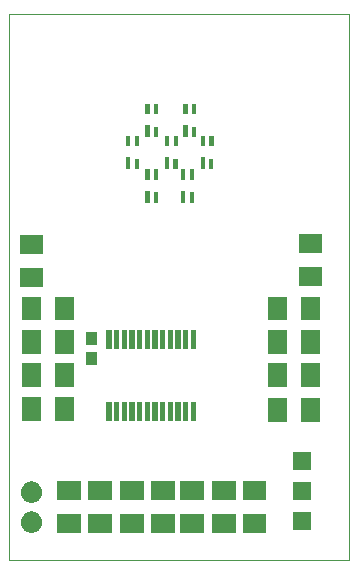
<source format=gts>
G75*
G71*
%OFA0B0*%
%FSLAX23Y23*%
%IPPOS*%
%LPD*%
%ADD10C,0.1*%
%LPD*%D10*
X0Y0D02*
X0Y100D01*
X0Y200D01*
X0Y300D01*
X0Y399D01*
X0Y499D01*
X0Y599D01*
X0Y699D01*
X0Y799D01*
X0Y899D01*
X0Y999D01*
X0Y1098D01*
X0Y1198D01*
X0Y1298D01*
X0Y1398D01*
X0Y1498D01*
X0Y1598D01*
X0Y1697D01*
X0Y1797D01*
X0Y1897D01*
X0Y1997D01*
X0Y2097D01*
X0Y2197D01*
X0Y2297D01*
X0Y2396D01*
X0Y2496D01*
X0Y2596D01*
X0Y2696D01*
X0Y2796D01*
X0Y2896D01*
X0Y2996D01*
X0Y3095D01*
X0Y3195D01*
X0Y3295D01*
X0Y3395D01*
X0Y3495D01*
X0Y3595D01*
X0Y3694D01*
X0Y3794D01*
X0Y3894D01*
X0Y3994D01*
X0Y4094D01*
X0Y4194D01*
X0Y4294D01*
X0Y4393D01*
X0Y4493D01*
X0Y4593D01*
X0Y4693D01*
X0Y4793D01*
X0Y4893D01*
X0Y4993D01*
X0Y5092D01*
X0Y5192D01*
X0Y5292D01*
X0Y5392D01*
X0Y5492D01*
X0Y5592D01*
X0Y5692D01*
X0Y5791D01*
X0Y5891D01*
X0Y5991D01*
X0Y6091D01*
X0Y6191D01*
X0Y6291D01*
X0Y6390D01*
X0Y6490D01*
X0Y6590D01*
X0Y6690D01*
X0Y6790D01*
X0Y6890D01*
X0Y6990D01*
X0Y7089D01*
X0Y7189D01*
X0Y7289D01*
X0Y7389D01*
X0Y7489D01*
X0Y7589D01*
X0Y7689D01*
X0Y7788D01*
X0Y7888D01*
X0Y7988D01*
X0Y8088D01*
X0Y8188D01*
X0Y8288D01*
X0Y8388D01*
X0Y8487D01*
X0Y8587D01*
X0Y8687D01*
X0Y8787D01*
X0Y8887D01*
X0Y8987D01*
X0Y9086D01*
X0Y9186D01*
X0Y9286D01*
X0Y9386D01*
X0Y9486D01*
X0Y9586D01*
X0Y9686D01*
X0Y9785D01*
X0Y9885D01*
X0Y9985D01*
X0Y10085D01*
X0Y10185D01*
X0Y10285D01*
X0Y10385D01*
X0Y10484D01*
X0Y10584D01*
X0Y10684D01*
X0Y10784D01*
X0Y10884D01*
X0Y10984D01*
X0Y11083D01*
X0Y11183D01*
X0Y11283D01*
X0Y11383D01*
X0Y11483D01*
X0Y11583D01*
X0Y11683D01*
X0Y11782D01*
X0Y11882D01*
X0Y11982D01*
X0Y12082D01*
X0Y12182D01*
X0Y12282D01*
X0Y12382D01*
X0Y12481D01*
X0Y12581D01*
X0Y12681D01*
X0Y12781D01*
X0Y12881D01*
X0Y12981D01*
X0Y13081D01*
X0Y13180D01*
X0Y13280D01*
X0Y13380D01*
X0Y13480D01*
X0Y13580D01*
X0Y13680D01*
X0Y13779D01*
X0Y13879D01*
X0Y13979D01*
X0Y14079D01*
X0Y14179D01*
X0Y14279D01*
X0Y14379D01*
X0Y14478D01*
X0Y14578D01*
X0Y14678D01*
X0Y14778D01*
X0Y14878D01*
X0Y14978D01*
X0Y15078D01*
X0Y15177D01*
X0Y15277D01*
X0Y15377D01*
X0Y15477D01*
X0Y15577D01*
X0Y15677D01*
X0Y15777D01*
X0Y15876D01*
X0Y15976D01*
X0Y16076D01*
X0Y16176D01*
X0Y16276D01*
X0Y16376D01*
X0Y16475D01*
X0Y16575D01*
X0Y16675D01*
X0Y16775D01*
X0Y16875D01*
X0Y16975D01*
X0Y17075D01*
X0Y17174D01*
X0Y17274D01*
X0Y17374D01*
X0Y17474D01*
X0Y17574D01*
X0Y17674D01*
X0Y17774D01*
X0Y17873D01*
X0Y17973D01*
X0Y18073D01*
X0Y18173D01*
X0Y18273D01*
X0Y18373D01*
X0Y18472D01*
X0Y18572D01*
X0Y18672D01*
X0Y18772D01*
X0Y18872D01*
X0Y18972D01*
X0Y19072D01*
X0Y19171D01*
X0Y19271D01*
X0Y19371D01*
X0Y19471D01*
X0Y19571D01*
X0Y19671D01*
X0Y19771D01*
X0Y19870D01*
X0Y19970D01*
X0Y20070D01*
X0Y20170D01*
X0Y20270D01*
X0Y20370D01*
X0Y20470D01*
X0Y20569D01*
X0Y20669D01*
X0Y20769D01*
X0Y20869D01*
X0Y20969D01*
X0Y21069D01*
X0Y21168D01*
X0Y21268D01*
X0Y21368D01*
X0Y21468D01*
X0Y21568D01*
X0Y21668D01*
X0Y21768D01*
X0Y21867D01*
X0Y21967D01*
X0Y22067D01*
X0Y22167D01*
X0Y22267D01*
X0Y22367D01*
X0Y22467D01*
X0Y22566D01*
X0Y22666D01*
X0Y22766D01*
X0Y22866D01*
X0Y22966D01*
X0Y23066D01*
X0Y23166D01*
X0Y23265D01*
X0Y23365D01*
X0Y23465D01*
X0Y23565D01*
X0Y23665D01*
X0Y23765D01*
X0Y23864D01*
X0Y23964D01*
X0Y24064D01*
X0Y24164D01*
X0Y24264D01*
X0Y24364D01*
X0Y24464D01*
X0Y24563D01*
X0Y24663D01*
X0Y24763D01*
X0Y24863D01*
X0Y24963D01*
X0Y25063D01*
X0Y25163D01*
X0Y25262D01*
X0Y25362D01*
X0Y25462D01*
X0Y25562D01*
X0Y25662D01*
X0Y25762D01*
X0Y25861D01*
X0Y25961D01*
X0Y26061D01*
X0Y26161D01*
X0Y26261D01*
X0Y26361D01*
X0Y26461D01*
X0Y26560D01*
X0Y26660D01*
X0Y26760D01*
X0Y26860D01*
X0Y26960D01*
X0Y27060D01*
X0Y27160D01*
X0Y27259D01*
X0Y27359D01*
X0Y27459D01*
X0Y27559D01*
X0Y27659D01*
X0Y27759D01*
X0Y27859D01*
X0Y27958D01*
X0Y28058D01*
X0Y28158D01*
X0Y28258D01*
X0Y28358D01*
X0Y28458D01*
X0Y28557D01*
X0Y28657D01*
X0Y28757D01*
X0Y28857D01*
X0Y28957D01*
X0Y29057D01*
X0Y29157D01*
X0Y29256D01*
X0Y29356D01*
X0Y29456D01*
X0Y29556D01*
X0Y29656D01*
X0Y29756D01*
X0Y29856D01*
X0Y29955D01*
X0Y30055D01*
X0Y30155D01*
X0Y30255D01*
X0Y30355D01*
X0Y30455D01*
X0Y30555D01*
X0Y30654D01*
X0Y30754D01*
X0Y30854D01*
X0Y30954D01*
X0Y31054D01*
X0Y31154D01*
X0Y31253D01*
X0Y31353D01*
X0Y31453D01*
X0Y31553D01*
X0Y31653D01*
X0Y31753D01*
X0Y31853D01*
X0Y31952D01*
X0Y32052D01*
X0Y32152D01*
X0Y32252D01*
X0Y32352D01*
X0Y32452D01*
X0Y32552D01*
X0Y32651D01*
X0Y32751D01*
X0Y32851D01*
X0Y32951D01*
X0Y33051D01*
X0Y33151D01*
X0Y33251D01*
X0Y33350D01*
X0Y33450D01*
X0Y33550D01*
X0Y33650D01*
X0Y33750D01*
X0Y33850D01*
X0Y33949D01*
X0Y34049D01*
X0Y34149D01*
X0Y34249D01*
X0Y34349D01*
X0Y34449D01*
X0Y34549D01*
X0Y34648D01*
X0Y34748D01*
X0Y34848D01*
X0Y34948D01*
X0Y35048D01*
X0Y35148D01*
X0Y35248D01*
X0Y35347D01*
X0Y35447D01*
X0Y35547D01*
X0Y35647D01*
X0Y35747D01*
X0Y35847D01*
X0Y35947D01*
X0Y36046D01*
X0Y36146D01*
X0Y36246D01*
X0Y36346D01*
X0Y36446D01*
X0Y36546D01*
X0Y36645D01*
X0Y36745D01*
X0Y36845D01*
X0Y36945D01*
X0Y37045D01*
X0Y37145D01*
X0Y37245D01*
X0Y37344D01*
X0Y37444D01*
X0Y37544D01*
X0Y37644D01*
X0Y37744D01*
X0Y37844D01*
X0Y37944D01*
X0Y38043D01*
X0Y38143D01*
X0Y38243D01*
X0Y38343D01*
X0Y38443D01*
X0Y38543D01*
X0Y38643D01*
X0Y38742D01*
X0Y38842D01*
X0Y38942D01*
X0Y39042D01*
X0Y39142D01*
X0Y39242D01*
X0Y39341D01*
X0Y39441D01*
X0Y39541D01*
X0Y39641D01*
X0Y39741D01*
X0Y39841D01*
X0Y39941D01*
X0Y40040D01*
X0Y40140D01*
X0Y40240D01*
X0Y40340D01*
X0Y40440D01*
X0Y40540D01*
X0Y40640D01*
X0Y40739D01*
X0Y40839D01*
X0Y40939D01*
X0Y41039D01*
X0Y41139D01*
X0Y41239D01*
X0Y41339D01*
X0Y41438D01*
X0Y41538D01*
X0Y41638D01*
X0Y41738D01*
X0Y41838D01*
X0Y41938D01*
X0Y42037D01*
X0Y42137D01*
X0Y42237D01*
X0Y42337D01*
X0Y42437D01*
X0Y42537D01*
X0Y42637D01*
X0Y42736D01*
X0Y42836D01*
X0Y42936D01*
X0Y43036D01*
X0Y43136D01*
X0Y43236D01*
X0Y43336D01*
X0Y43435D01*
X0Y43535D01*
X0Y43635D01*
X0Y43735D01*
X0Y43835D01*
X0Y43935D01*
X0Y44035D01*
X0Y44134D01*
X0Y44234D01*
X0Y44334D01*
X0Y44434D01*
X0Y44534D01*
X0Y44634D01*
X0Y44734D01*
X0Y44833D01*
X0Y44933D01*
X0Y45033D01*
X0Y45133D01*
X0Y45233D01*
X0Y45333D01*
X0Y45432D01*
X0Y45532D01*
X0Y45632D01*
X0Y45732D01*
X0Y45832D01*
X0Y45932D01*
X0Y46032D01*
X0Y46131D01*
X0Y46231D01*
X100Y46231D01*
X200Y46231D01*
X300Y46231D01*
X400Y46231D01*
X500Y46231D01*
X600Y46231D01*
X700Y46231D01*
X800Y46231D01*
X900Y46231D01*
X999Y46231D01*
X1099Y46231D01*
X1199Y46231D01*
X1299Y46231D01*
X1399Y46231D01*
X1499Y46231D01*
X1599Y46231D01*
X1699Y46231D01*
X1799Y46231D01*
X1899Y46231D01*
X1999Y46231D01*
X2099Y46231D01*
X2199Y46231D01*
X2299Y46231D01*
X2399Y46231D01*
X2499Y46231D01*
X2599Y46231D01*
X2699Y46231D01*
X2799Y46231D01*
X2898Y46231D01*
X2998Y46231D01*
X3098Y46231D01*
X3198Y46231D01*
X3298Y46231D01*
X3398Y46231D01*
X3498Y46231D01*
X3598Y46231D01*
X3698Y46231D01*
X3798Y46231D01*
X3898Y46231D01*
X3998Y46231D01*
X4098Y46231D01*
X4198Y46231D01*
X4298Y46231D01*
X4398Y46231D01*
X4498Y46231D01*
X4598Y46231D01*
X4698Y46231D01*
X4798Y46231D01*
X4897Y46231D01*
X4997Y46231D01*
X5097Y46231D01*
X5197Y46231D01*
X5297Y46231D01*
X5397Y46231D01*
X5497Y46231D01*
X5597Y46231D01*
X5697Y46231D01*
X5797Y46231D01*
X5897Y46231D01*
X5997Y46231D01*
X6097Y46231D01*
X6197Y46231D01*
X6297Y46231D01*
X6397Y46231D01*
X6497Y46231D01*
X6597Y46231D01*
X6697Y46231D01*
X6796Y46231D01*
X6896Y46231D01*
X6996Y46231D01*
X7096Y46231D01*
X7196Y46231D01*
X7296Y46231D01*
X7396Y46231D01*
X7496Y46231D01*
X7596Y46231D01*
X7696Y46231D01*
X7796Y46231D01*
X7896Y46231D01*
X7996Y46231D01*
X8096Y46231D01*
X8196Y46231D01*
X8296Y46231D01*
X8396Y46231D01*
X8496Y46231D01*
X8596Y46231D01*
X8696Y46231D01*
X8795Y46231D01*
X8895Y46231D01*
X8995Y46231D01*
X9095Y46231D01*
X9195Y46231D01*
X9295Y46231D01*
X9395Y46231D01*
X9495Y46231D01*
X9595Y46231D01*
X9695Y46231D01*
X9795Y46231D01*
X9895Y46231D01*
X9995Y46231D01*
X10095Y46231D01*
X10195Y46231D01*
X10295Y46231D01*
X10395Y46231D01*
X10495Y46231D01*
X10595Y46231D01*
X10694Y46231D01*
X10794Y46231D01*
X10894Y46231D01*
X10994Y46231D01*
X11094Y46231D01*
X11194Y46231D01*
X11294Y46231D01*
X11394Y46231D01*
X11494Y46231D01*
X11594Y46231D01*
X11694Y46231D01*
X11794Y46231D01*
X11894Y46231D01*
X11994Y46231D01*
X12094Y46231D01*
X12194Y46231D01*
X12294Y46231D01*
X12394Y46231D01*
X12494Y46231D01*
X12593Y46231D01*
X12693Y46231D01*
X12793Y46231D01*
X12893Y46231D01*
X12993Y46231D01*
X13093Y46231D01*
X13193Y46231D01*
X13293Y46231D01*
X13393Y46231D01*
X13493Y46231D01*
X13593Y46231D01*
X13693Y46231D01*
X13793Y46231D01*
X13893Y46231D01*
X13993Y46231D01*
X14093Y46231D01*
X14193Y46231D01*
X14293Y46231D01*
X14393Y46231D01*
X14493Y46231D01*
X14592Y46231D01*
X14692Y46231D01*
X14792Y46231D01*
X14892Y46231D01*
X14992Y46231D01*
X15092Y46231D01*
X15192Y46231D01*
X15292Y46231D01*
X15392Y46231D01*
X15492Y46231D01*
X15592Y46231D01*
X15692Y46231D01*
X15792Y46231D01*
X15892Y46231D01*
X15992Y46231D01*
X16092Y46231D01*
X16192Y46231D01*
X16292Y46231D01*
X16392Y46231D01*
X16491Y46231D01*
X16591Y46231D01*
X16691Y46231D01*
X16791Y46231D01*
X16891Y46231D01*
X16991Y46231D01*
X17091Y46231D01*
X17191Y46231D01*
X17291Y46231D01*
X17391Y46231D01*
X17491Y46231D01*
X17591Y46231D01*
X17691Y46231D01*
X17791Y46231D01*
X17891Y46231D01*
X17991Y46231D01*
X18091Y46231D01*
X18191Y46231D01*
X18291Y46231D01*
X18391Y46231D01*
X18490Y46231D01*
X18590Y46231D01*
X18690Y46231D01*
X18790Y46231D01*
X18890Y46231D01*
X18990Y46231D01*
X19090Y46231D01*
X19190Y46231D01*
X19290Y46231D01*
X19390Y46231D01*
X19490Y46231D01*
X19590Y46231D01*
X19690Y46231D01*
X19790Y46231D01*
X19890Y46231D01*
X19990Y46231D01*
X20090Y46231D01*
X20190Y46231D01*
X20290Y46231D01*
X20389Y46231D01*
X20489Y46231D01*
X20589Y46231D01*
X20689Y46231D01*
X20789Y46231D01*
X20889Y46231D01*
X20989Y46231D01*
X21089Y46231D01*
X21189Y46231D01*
X21289Y46231D01*
X21389Y46231D01*
X21489Y46231D01*
X21589Y46231D01*
X21689Y46231D01*
X21789Y46231D01*
X21889Y46231D01*
X21989Y46231D01*
X22089Y46231D01*
X22189Y46231D01*
X22289Y46231D01*
X22388Y46231D01*
X22488Y46231D01*
X22588Y46231D01*
X22688Y46231D01*
X22788Y46231D01*
X22888Y46231D01*
X22988Y46231D01*
X23088Y46231D01*
X23188Y46231D01*
X23288Y46231D01*
X23388Y46231D01*
X23488Y46231D01*
X23588Y46231D01*
X23688Y46231D01*
X23788Y46231D01*
X23888Y46231D01*
X23988Y46231D01*
X24088Y46231D01*
X24188Y46231D01*
X24288Y46231D01*
X24387Y46231D01*
X24487Y46231D01*
X24587Y46231D01*
X24687Y46231D01*
X24787Y46231D01*
X24887Y46231D01*
X24987Y46231D01*
X25087Y46231D01*
X25187Y46231D01*
X25287Y46231D01*
X25387Y46231D01*
X25487Y46231D01*
X25587Y46231D01*
X25687Y46231D01*
X25787Y46231D01*
X25887Y46231D01*
X25987Y46231D01*
X26087Y46231D01*
X26187Y46231D01*
X26286Y46231D01*
X26386Y46231D01*
X26486Y46231D01*
X26586Y46231D01*
X26686Y46231D01*
X26786Y46231D01*
X26886Y46231D01*
X26986Y46231D01*
X27086Y46231D01*
X27186Y46231D01*
X27286Y46231D01*
X27386Y46231D01*
X27486Y46231D01*
X27586Y46231D01*
X27686Y46231D01*
X27786Y46231D01*
X27886Y46231D01*
X27986Y46231D01*
X28086Y46231D01*
X28186Y46231D01*
X28285Y46231D01*
X28385Y46231D01*
X28485Y46231D01*
X28585Y46231D01*
X28685Y46231D01*
X28785Y46231D01*
X28785Y46132D01*
X28785Y46032D01*
X28785Y45932D01*
X28785Y45832D01*
X28785Y45732D01*
X28785Y45632D01*
X28785Y45532D01*
X28785Y45433D01*
X28785Y45333D01*
X28785Y45233D01*
X28785Y45133D01*
X28785Y45033D01*
X28785Y44933D01*
X28785Y44833D01*
X28785Y44734D01*
X28785Y44634D01*
X28785Y44534D01*
X28785Y44434D01*
X28785Y44334D01*
X28785Y44234D01*
X28785Y44134D01*
X28785Y44035D01*
X28785Y43935D01*
X28785Y43835D01*
X28785Y43735D01*
X28785Y43635D01*
X28785Y43535D01*
X28785Y43436D01*
X28785Y43336D01*
X28785Y43236D01*
X28785Y43136D01*
X28785Y43036D01*
X28785Y42936D01*
X28785Y42836D01*
X28785Y42737D01*
X28785Y42637D01*
X28785Y42537D01*
X28785Y42437D01*
X28785Y42337D01*
X28785Y42237D01*
X28785Y42137D01*
X28785Y42038D01*
X28785Y41938D01*
X28785Y41838D01*
X28785Y41738D01*
X28785Y41638D01*
X28785Y41538D01*
X28785Y41438D01*
X28785Y41339D01*
X28785Y41239D01*
X28785Y41139D01*
X28785Y41039D01*
X28785Y40939D01*
X28785Y40839D01*
X28785Y40740D01*
X28785Y40640D01*
X28785Y40540D01*
X28785Y40440D01*
X28785Y40340D01*
X28785Y40240D01*
X28785Y40140D01*
X28785Y40041D01*
X28785Y39941D01*
X28785Y39841D01*
X28785Y39741D01*
X28785Y39641D01*
X28785Y39541D01*
X28785Y39441D01*
X28785Y39342D01*
X28785Y39242D01*
X28785Y39142D01*
X28785Y39042D01*
X28785Y38942D01*
X28785Y38842D01*
X28785Y38743D01*
X28785Y38643D01*
X28785Y38543D01*
X28785Y38443D01*
X28785Y38343D01*
X28785Y38243D01*
X28785Y38143D01*
X28785Y38044D01*
X28785Y37944D01*
X28785Y37844D01*
X28785Y37744D01*
X28785Y37644D01*
X28785Y37544D01*
X28785Y37444D01*
X28785Y37345D01*
X28785Y37245D01*
X28785Y37145D01*
X28785Y37045D01*
X28785Y36945D01*
X28785Y36845D01*
X28785Y36745D01*
X28785Y36646D01*
X28785Y36546D01*
X28785Y36446D01*
X28785Y36346D01*
X28785Y36246D01*
X28785Y36146D01*
X28785Y36047D01*
X28785Y35947D01*
X28785Y35847D01*
X28785Y35747D01*
X28785Y35647D01*
X28785Y35547D01*
X28785Y35447D01*
X28785Y35348D01*
X28785Y35248D01*
X28785Y35148D01*
X28785Y35048D01*
X28785Y34948D01*
X28785Y34848D01*
X28785Y34748D01*
X28785Y34649D01*
X28785Y34549D01*
X28785Y34449D01*
X28785Y34349D01*
X28785Y34249D01*
X28785Y34149D01*
X28785Y34050D01*
X28785Y33950D01*
X28785Y33850D01*
X28785Y33750D01*
X28785Y33650D01*
X28785Y33550D01*
X28785Y33450D01*
X28785Y33351D01*
X28785Y33251D01*
X28785Y33151D01*
X28785Y33051D01*
X28785Y32951D01*
X28785Y32851D01*
X28785Y32751D01*
X28785Y32652D01*
X28785Y32552D01*
X28785Y32452D01*
X28785Y32352D01*
X28785Y32252D01*
X28785Y32152D01*
X28785Y32052D01*
X28785Y31953D01*
X28785Y31853D01*
X28785Y31753D01*
X28785Y31653D01*
X28785Y31553D01*
X28785Y31453D01*
X28785Y31354D01*
X28785Y31254D01*
X28785Y31154D01*
X28785Y31054D01*
X28785Y30954D01*
X28785Y30854D01*
X28785Y30754D01*
X28785Y30655D01*
X28785Y30555D01*
X28785Y30455D01*
X28785Y30355D01*
X28785Y30255D01*
X28785Y30155D01*
X28785Y30055D01*
X28785Y29956D01*
X28785Y29856D01*
X28785Y29756D01*
X28785Y29656D01*
X28785Y29556D01*
X28785Y29456D01*
X28785Y29356D01*
X28785Y29257D01*
X28785Y29157D01*
X28785Y29057D01*
X28785Y28957D01*
X28785Y28857D01*
X28785Y28757D01*
X28785Y28658D01*
X28785Y28558D01*
X28785Y28458D01*
X28785Y28358D01*
X28785Y28258D01*
X28785Y28158D01*
X28785Y28058D01*
X28785Y27959D01*
X28785Y27859D01*
X28785Y27759D01*
X28785Y27659D01*
X28785Y27559D01*
X28785Y27459D01*
X28785Y27359D01*
X28785Y27260D01*
X28785Y27160D01*
X28785Y27060D01*
X28785Y26960D01*
X28785Y26860D01*
X28785Y26760D01*
X28785Y26661D01*
X28785Y26561D01*
X28785Y26461D01*
X28785Y26361D01*
X28785Y26261D01*
X28785Y26161D01*
X28785Y26061D01*
X28785Y25962D01*
X28785Y25862D01*
X28785Y25762D01*
X28785Y25662D01*
X28785Y25562D01*
X28785Y25462D01*
X28785Y25362D01*
X28785Y25263D01*
X28785Y25163D01*
X28785Y25063D01*
X28785Y24963D01*
X28785Y24863D01*
X28785Y24763D01*
X28785Y24663D01*
X28785Y24564D01*
X28785Y24464D01*
X28785Y24364D01*
X28785Y24264D01*
X28785Y24164D01*
X28785Y24064D01*
X28785Y23965D01*
X28785Y23865D01*
X28785Y23765D01*
X28785Y23665D01*
X28785Y23565D01*
X28785Y23465D01*
X28785Y23365D01*
X28785Y23266D01*
X28785Y23166D01*
X28785Y23066D01*
X28785Y22966D01*
X28785Y22866D01*
X28785Y22766D01*
X28785Y22666D01*
X28785Y22567D01*
X28785Y22467D01*
X28785Y22367D01*
X28785Y22267D01*
X28785Y22167D01*
X28785Y22067D01*
X28785Y21967D01*
X28785Y21868D01*
X28785Y21768D01*
X28785Y21668D01*
X28785Y21568D01*
X28785Y21468D01*
X28785Y21368D01*
X28785Y21269D01*
X28785Y21169D01*
X28785Y21069D01*
X28785Y20969D01*
X28785Y20869D01*
X28785Y20769D01*
X28785Y20669D01*
X28785Y20570D01*
X28785Y20470D01*
X28785Y20370D01*
X28785Y20270D01*
X28785Y20170D01*
X28785Y20070D01*
X28785Y19970D01*
X28785Y19871D01*
X28785Y19771D01*
X28785Y19671D01*
X28785Y19571D01*
X28785Y19471D01*
X28785Y19371D01*
X28785Y19271D01*
X28785Y19172D01*
X28785Y19072D01*
X28785Y18972D01*
X28785Y18872D01*
X28785Y18772D01*
X28785Y18672D01*
X28785Y18573D01*
X28785Y18473D01*
X28785Y18373D01*
X28785Y18273D01*
X28785Y18173D01*
X28785Y18073D01*
X28785Y17973D01*
X28785Y17874D01*
X28785Y17774D01*
X28785Y17674D01*
X28785Y17574D01*
X28785Y17474D01*
X28785Y17374D01*
X28785Y17274D01*
X28785Y17175D01*
X28785Y17075D01*
X28785Y16975D01*
X28785Y16875D01*
X28785Y16775D01*
X28785Y16675D01*
X28785Y16576D01*
X28785Y16476D01*
X28785Y16376D01*
X28785Y16276D01*
X28785Y16176D01*
X28785Y16076D01*
X28785Y15976D01*
X28785Y15877D01*
X28785Y15777D01*
X28785Y15677D01*
X28785Y15577D01*
X28785Y15477D01*
X28785Y15377D01*
X28785Y15277D01*
X28785Y15178D01*
X28785Y15078D01*
X28785Y14978D01*
X28785Y14878D01*
X28785Y14778D01*
X28785Y14678D01*
X28785Y14578D01*
X28785Y14479D01*
X28785Y14379D01*
X28785Y14279D01*
X28785Y14179D01*
X28785Y14079D01*
X28785Y13979D01*
X28785Y13880D01*
X28785Y13780D01*
X28785Y13680D01*
X28785Y13580D01*
X28785Y13480D01*
X28785Y13380D01*
X28785Y13280D01*
X28785Y13181D01*
X28785Y13081D01*
X28785Y12981D01*
X28785Y12881D01*
X28785Y12781D01*
X28785Y12681D01*
X28785Y12581D01*
X28785Y12482D01*
X28785Y12382D01*
X28785Y12282D01*
X28785Y12182D01*
X28785Y12082D01*
X28785Y11982D01*
X28785Y11882D01*
X28785Y11783D01*
X28785Y11683D01*
X28785Y11583D01*
X28785Y11483D01*
X28785Y11383D01*
X28785Y11283D01*
X28785Y11184D01*
X28785Y11084D01*
X28785Y10984D01*
X28785Y10884D01*
X28785Y10784D01*
X28785Y10684D01*
X28785Y10584D01*
X28785Y10485D01*
X28785Y10385D01*
X28785Y10285D01*
X28785Y10185D01*
X28785Y10085D01*
X28785Y9985D01*
X28785Y9885D01*
X28785Y9786D01*
X28785Y9686D01*
X28785Y9586D01*
X28785Y9486D01*
X28785Y9386D01*
X28785Y9286D01*
X28785Y9186D01*
X28785Y9087D01*
X28785Y8987D01*
X28785Y8887D01*
X28785Y8787D01*
X28785Y8687D01*
X28785Y8587D01*
X28785Y8488D01*
X28785Y8388D01*
X28785Y8288D01*
X28785Y8188D01*
X28785Y8088D01*
X28785Y7988D01*
X28785Y7888D01*
X28785Y7789D01*
X28785Y7689D01*
X28785Y7589D01*
X28785Y7489D01*
X28785Y7389D01*
X28785Y7289D01*
X28785Y7189D01*
X28785Y7090D01*
X28785Y6990D01*
X28785Y6890D01*
X28785Y6790D01*
X28785Y6690D01*
X28785Y6590D01*
X28785Y6490D01*
X28785Y6391D01*
X28785Y6291D01*
X28785Y6191D01*
X28785Y6091D01*
X28785Y5991D01*
X28785Y5891D01*
X28785Y5792D01*
X28785Y5692D01*
X28785Y5592D01*
X28785Y5492D01*
X28785Y5392D01*
X28785Y5292D01*
X28785Y5192D01*
X28785Y5093D01*
X28785Y4993D01*
X28785Y4893D01*
X28785Y4793D01*
X28785Y4693D01*
X28785Y4593D01*
X28785Y4493D01*
X28785Y4394D01*
X28785Y4294D01*
X28785Y4194D01*
X28785Y4094D01*
X28785Y3994D01*
X28785Y3894D01*
X28785Y3794D01*
X28785Y3695D01*
X28785Y3595D01*
X28785Y3495D01*
X28785Y3395D01*
X28785Y3295D01*
X28785Y3195D01*
X28785Y3095D01*
X28785Y2996D01*
X28785Y2896D01*
X28785Y2796D01*
X28785Y2696D01*
X28785Y2596D01*
X28785Y2496D01*
X28785Y2397D01*
X28785Y2297D01*
X28785Y2197D01*
X28785Y2097D01*
X28785Y1997D01*
X28785Y1897D01*
X28785Y1797D01*
X28785Y1698D01*
X28785Y1598D01*
X28785Y1498D01*
X28785Y1398D01*
X28785Y1298D01*
X28785Y1198D01*
X28785Y1098D01*
X28785Y999D01*
X28785Y899D01*
X28785Y799D01*
X28785Y699D01*
X28785Y599D01*
X28785Y499D01*
X28785Y399D01*
X28785Y300D01*
X28785Y200D01*
X28785Y100D01*
X28785Y0D01*
X28685Y0D01*
X28585Y0D01*
X28485Y0D01*
X28385Y0D01*
X28286Y0D01*
X28186Y0D01*
X28086Y0D01*
X27986Y0D01*
X27886Y0D01*
X27786Y0D01*
X27686Y0D01*
X27586Y0D01*
X27486Y0D01*
X27386Y0D01*
X27286Y0D01*
X27186Y0D01*
X27086Y0D01*
X26986Y0D01*
X26886Y0D01*
X26786Y0D01*
X26686Y0D01*
X26586Y0D01*
X26486Y0D01*
X26387Y0D01*
X26287Y0D01*
X26187Y0D01*
X26087Y0D01*
X25987Y0D01*
X25887Y0D01*
X25787Y0D01*
X25687Y0D01*
X25587Y0D01*
X25487Y0D01*
X25387Y0D01*
X25287Y0D01*
X25187Y0D01*
X25087Y0D01*
X24987Y0D01*
X24887Y0D01*
X24787Y0D01*
X24687Y0D01*
X24587Y0D01*
X24487Y0D01*
X24388Y0D01*
X24288Y0D01*
X24188Y0D01*
X24088Y0D01*
X23988Y0D01*
X23888Y0D01*
X23788Y0D01*
X23688Y0D01*
X23588Y0D01*
X23488Y0D01*
X23388Y0D01*
X23288Y0D01*
X23188Y0D01*
X23088Y0D01*
X22988Y0D01*
X22888Y0D01*
X22788Y0D01*
X22688Y0D01*
X22588Y0D01*
X22489Y0D01*
X22389Y0D01*
X22289Y0D01*
X22189Y0D01*
X22089Y0D01*
X21989Y0D01*
X21889Y0D01*
X21789Y0D01*
X21689Y0D01*
X21589Y0D01*
X21489Y0D01*
X21389Y0D01*
X21289Y0D01*
X21189Y0D01*
X21089Y0D01*
X20989Y0D01*
X20889Y0D01*
X20789Y0D01*
X20689Y0D01*
X20590Y0D01*
X20490Y0D01*
X20390Y0D01*
X20290Y0D01*
X20190Y0D01*
X20090Y0D01*
X19990Y0D01*
X19890Y0D01*
X19790Y0D01*
X19690Y0D01*
X19590Y0D01*
X19490Y0D01*
X19390Y0D01*
X19290Y0D01*
X19190Y0D01*
X19090Y0D01*
X18990Y0D01*
X18890Y0D01*
X18790Y0D01*
X18690Y0D01*
X18591Y0D01*
X18491Y0D01*
X18391Y0D01*
X18291Y0D01*
X18191Y0D01*
X18091Y0D01*
X17991Y0D01*
X17891Y0D01*
X17791Y0D01*
X17691Y0D01*
X17591Y0D01*
X17491Y0D01*
X17391Y0D01*
X17291Y0D01*
X17191Y0D01*
X17091Y0D01*
X16991Y0D01*
X16891Y0D01*
X16791Y0D01*
X16692Y0D01*
X16592Y0D01*
X16492Y0D01*
X16392Y0D01*
X16292Y0D01*
X16192Y0D01*
X16092Y0D01*
X15992Y0D01*
X15892Y0D01*
X15792Y0D01*
X15692Y0D01*
X15592Y0D01*
X15492Y0D01*
X15392Y0D01*
X15292Y0D01*
X15192Y0D01*
X15092Y0D01*
X14992Y0D01*
X14892Y0D01*
X14792Y0D01*
X14693Y0D01*
X14593Y0D01*
X14493Y0D01*
X14393Y0D01*
X14293Y0D01*
X14193Y0D01*
X14093Y0D01*
X13993Y0D01*
X13893Y0D01*
X13793Y0D01*
X13693Y0D01*
X13593Y0D01*
X13493Y0D01*
X13393Y0D01*
X13293Y0D01*
X13193Y0D01*
X13093Y0D01*
X12993Y0D01*
X12893Y0D01*
X12794Y0D01*
X12694Y0D01*
X12594Y0D01*
X12494Y0D01*
X12394Y0D01*
X12294Y0D01*
X12194Y0D01*
X12094Y0D01*
X11994Y0D01*
X11894Y0D01*
X11794Y0D01*
X11694Y0D01*
X11594Y0D01*
X11494Y0D01*
X11394Y0D01*
X11294Y0D01*
X11194Y0D01*
X11094Y0D01*
X10994Y0D01*
X10894Y0D01*
X10795Y0D01*
X10695Y0D01*
X10595Y0D01*
X10495Y0D01*
X10395Y0D01*
X10295Y0D01*
X10195Y0D01*
X10095Y0D01*
X9995Y0D01*
X9895Y0D01*
X9795Y0D01*
X9695Y0D01*
X9595Y0D01*
X9495Y0D01*
X9395Y0D01*
X9295Y0D01*
X9195Y0D01*
X9095Y0D01*
X8995Y0D01*
X8896Y0D01*
X8796Y0D01*
X8696Y0D01*
X8596Y0D01*
X8496Y0D01*
X8396Y0D01*
X8296Y0D01*
X8196Y0D01*
X8096Y0D01*
X7996Y0D01*
X7896Y0D01*
X7796Y0D01*
X7696Y0D01*
X7596Y0D01*
X7496Y0D01*
X7396Y0D01*
X7296Y0D01*
X7196Y0D01*
X7096Y0D01*
X6996Y0D01*
X6897Y0D01*
X6797Y0D01*
X6697Y0D01*
X6597Y0D01*
X6497Y0D01*
X6397Y0D01*
X6297Y0D01*
X6197Y0D01*
X6097Y0D01*
X5997Y0D01*
X5897Y0D01*
X5797Y0D01*
X5697Y0D01*
X5597Y0D01*
X5497Y0D01*
X5397Y0D01*
X5297Y0D01*
X5197Y0D01*
X5097Y0D01*
X4998Y0D01*
X4898Y0D01*
X4798Y0D01*
X4698Y0D01*
X4598Y0D01*
X4498Y0D01*
X4398Y0D01*
X4298Y0D01*
X4198Y0D01*
X4098Y0D01*
X3998Y0D01*
X3898Y0D01*
X3798Y0D01*
X3698Y0D01*
X3598Y0D01*
X3498Y0D01*
X3398Y0D01*
X3298Y0D01*
X3198Y0D01*
X3098Y0D01*
X2999Y0D01*
X2899Y0D01*
X2799Y0D01*
X2699Y0D01*
X2599Y0D01*
X2499Y0D01*
X2399Y0D01*
X2299Y0D01*
X2199Y0D01*
X2099Y0D01*
X1999Y0D01*
X1899Y0D01*
X1799Y0D01*
X1699Y0D01*
X1599Y0D01*
X1499Y0D01*
X1399Y0D01*
X1299Y0D01*
X1199Y0D01*
X1099Y0D01*
X1000Y0D01*
X900Y0D01*
X800Y0D01*
X700Y0D01*
X600Y0D01*
X500Y0D01*
X400Y0D01*
X300Y0D01*
X200Y0D01*
X100Y0D01*
X0Y0D01*
X0Y0D01*
G36*
X12631Y38618D02*
X12631Y37718D01*
X12281Y37718D01*
X12281Y38618D01*
G37*
G36*
X11895Y38618D02*
X11895Y37718D01*
X11545Y37718D01*
X11545Y38618D01*
G37*
G36*
X11895Y36800D02*
X11895Y35800D01*
X11545Y35800D01*
X11545Y36800D01*
G37*
G36*
X12613Y36661D02*
X12613Y35761D01*
X12263Y35761D01*
X12263Y36661D01*
G37*
G36*
X15843Y38618D02*
X15843Y37718D01*
X15493Y37718D01*
X15493Y38618D01*
G37*
G36*
X15107Y38618D02*
X15107Y37718D01*
X14757Y37718D01*
X14757Y38618D01*
G37*
G36*
X15107Y36800D02*
X15107Y35800D01*
X14757Y35800D01*
X14757Y36800D01*
G37*
G36*
X15825Y36661D02*
X15825Y35761D01*
X15475Y35761D01*
X15475Y36661D01*
G37*
G36*
X10993Y35895D02*
X10993Y34995D01*
X10643Y34995D01*
X10643Y35895D01*
G37*
G36*
X10257Y35895D02*
X10257Y34995D01*
X9907Y34995D01*
X9907Y35895D01*
G37*
G36*
X10257Y34077D02*
X10257Y33077D01*
X9907Y33077D01*
X9907Y34077D01*
G37*
G36*
X10976Y33939D02*
X10976Y33039D01*
X10626Y33039D01*
X10626Y33939D01*
G37*
G36*
X14275Y35895D02*
X14275Y34995D01*
X13925Y34995D01*
X13925Y35895D01*
G37*
G36*
X13539Y35895D02*
X13539Y34995D01*
X13189Y34995D01*
X13189Y35895D01*
G37*
G36*
X13539Y34077D02*
X13539Y33077D01*
X13189Y33077D01*
X13189Y34077D01*
G37*
G36*
X14257Y33939D02*
X14257Y33039D01*
X13907Y33039D01*
X13907Y33939D01*
G37*
G36*
X17312Y35895D02*
X17312Y34995D01*
X16962Y34995D01*
X16962Y35895D01*
G37*
G36*
X16575Y35895D02*
X16575Y34995D01*
X16225Y34995D01*
X16225Y35895D01*
G37*
G36*
X16575Y34077D02*
X16575Y33077D01*
X16225Y33077D01*
X16225Y34077D01*
G37*
G36*
X17294Y33939D02*
X17294Y33039D01*
X16944Y33039D01*
X16944Y33939D01*
G37*
G36*
X15663Y33055D02*
X15663Y32155D01*
X15313Y32155D01*
X15313Y33055D01*
G37*
G36*
X14926Y33055D02*
X14926Y32155D01*
X14576Y32155D01*
X14576Y33055D01*
G37*
G36*
X14926Y31237D02*
X14926Y30237D01*
X14576Y30237D01*
X14576Y31237D01*
G37*
G36*
X15645Y31098D02*
X15645Y30198D01*
X15295Y30198D01*
X15295Y31098D01*
G37*
G36*
X12631Y33055D02*
X12631Y32155D01*
X12281Y32155D01*
X12281Y33055D01*
G37*
G36*
X11895Y33055D02*
X11895Y32155D01*
X11545Y32155D01*
X11545Y33055D01*
G37*
G36*
X11895Y31237D02*
X11895Y30237D01*
X11545Y30237D01*
X11545Y31237D01*
G37*
G36*
X12613Y31098D02*
X12613Y30198D01*
X12263Y30198D01*
X12263Y31098D01*
G37*
G36*
X12007Y5058D02*
X12007Y6658D01*
X14007Y6658D01*
X14007Y5058D01*
G37*
G36*
X12007Y2258D02*
X12007Y3858D01*
X14007Y3858D01*
X14007Y2258D01*
G37*
G36*
X14488Y5058D02*
X14488Y6658D01*
X16488Y6658D01*
X16488Y5058D01*
G37*
G36*
X14488Y2258D02*
X14488Y3858D01*
X16488Y3858D01*
X16488Y2258D01*
G37*
G36*
X3897Y22282D02*
X5497Y22282D01*
X5497Y20282D01*
X3897Y20282D01*
G37*
G36*
X1097Y22282D02*
X2697Y22282D01*
X2697Y20282D01*
X1097Y20282D01*
G37*
G36*
X3897Y19458D02*
X5497Y19458D01*
X5497Y17458D01*
X3897Y17458D01*
G37*
G36*
X1097Y19458D02*
X2697Y19458D01*
X2697Y17458D01*
X1097Y17458D01*
G37*
G36*
X17195Y5058D02*
X17195Y6658D01*
X19195Y6658D01*
X19195Y5058D01*
G37*
G36*
X17195Y2258D02*
X17195Y3858D01*
X19195Y3858D01*
X19195Y2258D01*
G37*
G36*
X3897Y16657D02*
X5497Y16657D01*
X5497Y14657D01*
X3897Y14657D01*
G37*
G36*
X1097Y16657D02*
X2697Y16657D01*
X2697Y14657D01*
X1097Y14657D01*
G37*
G36*
X19782Y5058D02*
X19782Y6658D01*
X21782Y6658D01*
X21782Y5058D01*
G37*
G36*
X19782Y2258D02*
X19782Y3858D01*
X21782Y3858D01*
X21782Y2258D01*
G37*
G36*
X23526Y11700D02*
X21926Y11700D01*
X21926Y13700D01*
X23526Y13700D01*
G37*
G36*
X26326Y11700D02*
X24726Y11700D01*
X24726Y13700D01*
X26326Y13700D01*
G37*
G36*
X23526Y14657D02*
X21926Y14657D01*
X21926Y16657D01*
X23526Y16657D01*
G37*
G36*
X26326Y14657D02*
X24726Y14657D01*
X24726Y16657D01*
X26326Y16657D01*
G37*
G36*
X23526Y17458D02*
X21926Y17458D01*
X21926Y19458D01*
X23526Y19458D01*
G37*
G36*
X26326Y17458D02*
X24726Y17458D01*
X24726Y19458D01*
X26326Y19458D01*
G37*
G36*
X23526Y20282D02*
X21926Y20282D01*
X21926Y22282D01*
X23526Y22282D01*
G37*
G36*
X26326Y20282D02*
X24726Y20282D01*
X24726Y22282D01*
X26326Y22282D01*
G37*
G36*
X26526Y24800D02*
X26526Y23200D01*
X24526Y23200D01*
X24526Y24800D01*
G37*
G36*
X26526Y27600D02*
X26526Y26000D01*
X24526Y26000D01*
X24526Y27600D01*
G37*
G36*
X2897Y24697D02*
X2897Y23097D01*
X897Y23097D01*
X897Y24697D01*
G37*
G36*
X2897Y27497D02*
X2897Y25897D01*
X897Y25897D01*
X897Y27497D01*
G37*
G36*
X3897Y13777D02*
X5497Y13777D01*
X5497Y11777D01*
X3897Y11777D01*
G37*
G36*
X1097Y13777D02*
X2697Y13777D01*
X2697Y11777D01*
X1097Y11777D01*
G37*
G36*
X9407Y5058D02*
X9407Y6658D01*
X11407Y6658D01*
X11407Y5058D01*
G37*
G36*
X9407Y2258D02*
X9407Y3858D01*
X11407Y3858D01*
X11407Y2258D01*
G37*
G36*
X4084Y5058D02*
X4084Y6658D01*
X6084Y6658D01*
X6084Y5058D01*
G37*
G36*
X4084Y2258D02*
X4084Y3858D01*
X6084Y3858D01*
X6084Y2258D01*
G37*
G36*
X6703Y5058D02*
X6703Y6658D01*
X8703Y6658D01*
X8703Y5058D01*
G37*
G36*
X6703Y2258D02*
X6703Y3858D01*
X8703Y3858D01*
X8703Y2258D01*
G37*
G36*
X1897Y4828D02*
X1897Y4828D01*
X1803Y4833D01*
X1710Y4847D01*
X1619Y4872D01*
X1531Y4906D01*
X1447Y4948D01*
X1368Y5000D01*
X1295Y5059D01*
X1228Y5126D01*
X1169Y5199D01*
X1118Y5278D01*
X1075Y5362D01*
X1041Y5450D01*
X1017Y5541D01*
X1002Y5634D01*
X997Y5728D01*
X997Y5728D01*
X1002Y5822D01*
X1017Y5915D01*
X1041Y6006D01*
X1075Y6094D01*
X1118Y6178D01*
X1169Y6257D01*
X1228Y6330D01*
X1295Y6397D01*
X1368Y6456D01*
X1447Y6508D01*
X1531Y6550D01*
X1619Y6584D01*
X1710Y6609D01*
X1803Y6623D01*
X1897Y6628D01*
X1897Y6628D01*
X1991Y6623D01*
X2084Y6609D01*
X2175Y6584D01*
X2263Y6550D01*
X2347Y6508D01*
X2426Y6456D01*
X2499Y6397D01*
X2566Y6330D01*
X2625Y6257D01*
X2677Y6178D01*
X2719Y6094D01*
X2753Y6006D01*
X2778Y5915D01*
X2792Y5822D01*
X2797Y5728D01*
X2797Y5728D01*
X2792Y5634D01*
X2778Y5541D01*
X2753Y5450D01*
X2719Y5362D01*
X2677Y5278D01*
X2625Y5199D01*
X2566Y5126D01*
X2499Y5059D01*
X2426Y5000D01*
X2347Y4948D01*
X2263Y4906D01*
X2175Y4872D01*
X2084Y4847D01*
X1991Y4833D01*
X1897Y4828D01*
G37*
G36*
X1897Y2288D02*
X1897Y2288D01*
X1803Y2293D01*
X1710Y2307D01*
X1619Y2332D01*
X1531Y2366D01*
X1447Y2408D01*
X1368Y2460D01*
X1295Y2519D01*
X1228Y2586D01*
X1169Y2659D01*
X1118Y2738D01*
X1075Y2822D01*
X1041Y2910D01*
X1017Y3001D01*
X1002Y3094D01*
X997Y3188D01*
X997Y3188D01*
X1002Y3282D01*
X1017Y3375D01*
X1041Y3466D01*
X1075Y3554D01*
X1118Y3638D01*
X1169Y3717D01*
X1228Y3790D01*
X1295Y3857D01*
X1368Y3916D01*
X1447Y3968D01*
X1531Y4010D01*
X1619Y4044D01*
X1710Y4069D01*
X1803Y4083D01*
X1897Y4088D01*
X1897Y4088D01*
X1991Y4083D01*
X2084Y4069D01*
X2175Y4044D01*
X2263Y4010D01*
X2347Y3968D01*
X2426Y3916D01*
X2499Y3857D01*
X2566Y3790D01*
X2625Y3717D01*
X2677Y3638D01*
X2719Y3554D01*
X2753Y3466D01*
X2778Y3375D01*
X2792Y3282D01*
X2797Y3188D01*
X2797Y3188D01*
X2792Y3094D01*
X2778Y3001D01*
X2753Y2910D01*
X2719Y2822D01*
X2677Y2738D01*
X2625Y2659D01*
X2566Y2586D01*
X2499Y2519D01*
X2426Y2460D01*
X2347Y2408D01*
X2263Y2366D01*
X2175Y2332D01*
X2084Y2307D01*
X1991Y2293D01*
X1897Y2288D01*
G37*
G36*
X23995Y9160D02*
X23995Y7636D01*
X25519Y7636D01*
X25519Y9160D01*
X23995Y9160D01*
G37*
G36*
X23995Y6620D02*
X23995Y5096D01*
X25519Y5096D01*
X25519Y6620D01*
X23995Y6620D01*
G37*
G36*
X23995Y4080D02*
X23995Y2556D01*
X25519Y2556D01*
X25519Y4080D01*
X23995Y4080D01*
G37*
G36*
X14532Y17832D02*
X14082Y17832D01*
X14082Y19482D01*
X14532Y19482D01*
X14532Y17832D01*
G37*
G36*
X13232Y11732D02*
X12782Y11732D01*
X12782Y13382D01*
X13232Y13382D01*
X13232Y11732D01*
G37*
G36*
X15182Y17832D02*
X14732Y17832D01*
X14732Y19482D01*
X15182Y19482D01*
X15182Y17832D01*
G37*
G36*
X11282Y11732D02*
X10832Y11732D01*
X10832Y13382D01*
X11282Y13382D01*
X11282Y11732D01*
G37*
G36*
X12582Y11732D02*
X12132Y11732D01*
X12132Y13382D01*
X12582Y13382D01*
X12582Y11732D01*
G37*
G36*
X11932Y11732D02*
X11482Y11732D01*
X11482Y13382D01*
X11932Y13382D01*
X11932Y11732D01*
G37*
G36*
X11282Y17832D02*
X10832Y17832D01*
X10832Y19482D01*
X11282Y19482D01*
X11282Y17832D01*
G37*
G36*
X8682Y11732D02*
X8232Y11732D01*
X8232Y13382D01*
X8682Y13382D01*
X8682Y11732D01*
G37*
G36*
X15182Y11732D02*
X14732Y11732D01*
X14732Y13382D01*
X15182Y13382D01*
X15182Y11732D01*
G37*
G36*
X13882Y11732D02*
X13432Y11732D01*
X13432Y13382D01*
X13882Y13382D01*
X13882Y11732D01*
G37*
G36*
X9982Y17832D02*
X9532Y17832D01*
X9532Y19482D01*
X9982Y19482D01*
X9982Y17832D01*
G37*
G36*
X15832Y17832D02*
X15382Y17832D01*
X15382Y19482D01*
X15832Y19482D01*
X15832Y17832D01*
G37*
G36*
X10632Y11732D02*
X10182Y11732D01*
X10182Y13382D01*
X10632Y13382D01*
X10632Y11732D01*
G37*
G36*
X9982Y11732D02*
X9532Y11732D01*
X9532Y13382D01*
X9982Y13382D01*
X9982Y11732D01*
G37*
G36*
X14532Y11732D02*
X14082Y11732D01*
X14082Y13382D01*
X14532Y13382D01*
X14532Y11732D01*
G37*
G36*
X8682Y17832D02*
X8232Y17832D01*
X8232Y19482D01*
X8682Y19482D01*
X8682Y17832D01*
G37*
G36*
X11932Y17832D02*
X11482Y17832D01*
X11482Y19482D01*
X11932Y19482D01*
X11932Y17832D01*
G37*
G36*
X9332Y11732D02*
X8882Y11732D01*
X8882Y13382D01*
X9332Y13382D01*
X9332Y11732D01*
G37*
G36*
X15832Y11732D02*
X15382Y11732D01*
X15382Y13382D01*
X15832Y13382D01*
X15832Y11732D01*
G37*
G36*
X9332Y17832D02*
X8882Y17832D01*
X8882Y19482D01*
X9332Y19482D01*
X9332Y17832D01*
G37*
G36*
X12582Y17832D02*
X12132Y17832D01*
X12132Y19482D01*
X12582Y19482D01*
X12582Y17832D01*
G37*
G36*
X13882Y17832D02*
X13432Y17832D01*
X13432Y19482D01*
X13882Y19482D01*
X13882Y17832D01*
G37*
G36*
X10632Y17832D02*
X10182Y17832D01*
X10182Y19482D01*
X10632Y19482D01*
X10632Y17832D01*
G37*
G36*
X13232Y17832D02*
X12782Y17832D01*
X12782Y19482D01*
X13232Y19482D01*
X13232Y17832D01*
G37*
G36*
X7477Y17613D02*
X7477Y16513D01*
X6477Y16513D01*
X6477Y17613D01*
G37*
G36*
X7477Y19313D02*
X7477Y18213D01*
X6477Y18213D01*
X6477Y19313D01*
G37*
M02*

</source>
